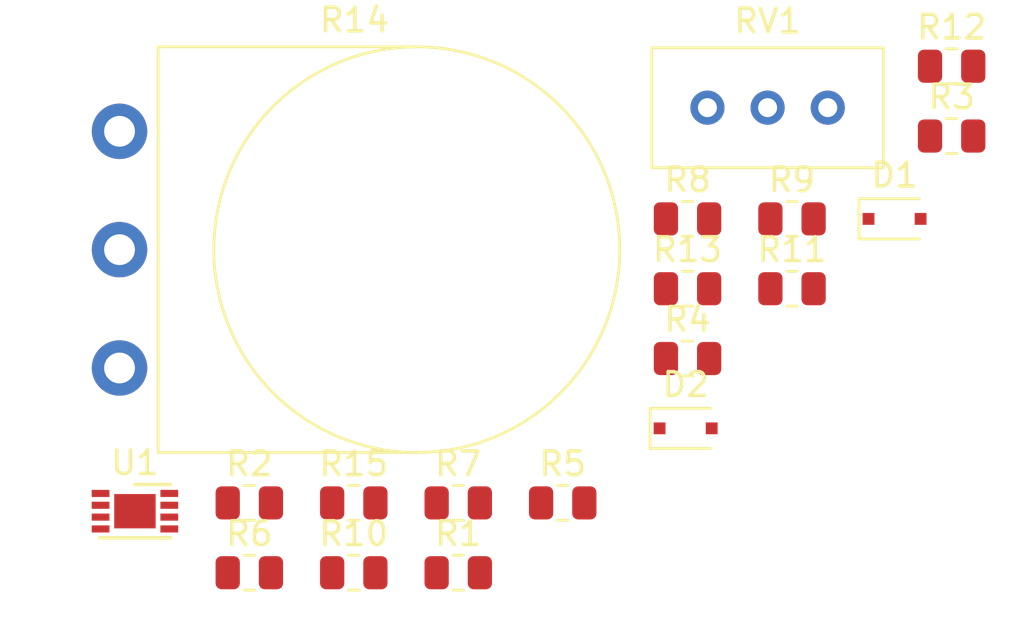
<source format=kicad_pcb>
(kicad_pcb (version 20210824) (generator pcbnew)
  (layers (0 "F.Cu" signal) (31 "B.Cu" signal) (34 "B.Paste" user) (35 "F.Paste" user) (36 "B.SilkS" user "B.Silkscreen") (37 "F.SilkS" user "F.Silkscreen") (38 "B.Mask" user) (39 "F.Mask" user) (44 "Edge.Cuts" user))
  (net 0 "")
  (net 1 "/Vumeter_positive")
  (net 2 "Net-(R7-Pad2)")
  (net 3 "/Vumeter_gnd")
  (net 4 "Net-(R1-Pad1)")
  (net 5 "Net-(R1-Pad2)")
  (net 6 "Net-(C3-Pad1)")
  (net 7 "Net-(R10-Pad1)")
  (net 8 "Net-(R3-Pad2)")
  (net 9 "Net-(R4-Pad1)")
  (net 10 "Net-(R4-Pad2)")
  (net 11 "Net-(C1-Pad2)")
  (net 12 "GND")
  (net 13 "Audio_Signal")
  (net 14 "Audio Neutral")
  (net 15 "Net-(C4-Pad2)")
  (net 16 "+5V")
  (net 17 "Net-(RV1-Pad1)")
  (footprint "Resistor_SMD:R_0805_2012Metric" (layer "F.Cu") (at 129.41 72.7)
    (fp_text reference "R3" (at 0 -1.65) (layer "F.SilkS"))
    (fp_text value "100")
    (fp_line (start -0.227064 0.735) (end 0.227064 0.735) (layer "F.SilkS") (width 0.12))
    (fp_line (start -0.227064 -0.735) (end 0.227064 -0.735) (layer "F.SilkS") (width 0.12))
    (pad "1" smd roundrect locked (at -0.9125 0) (size 1.025 1.4) (layers "F.Cu" "F.Paste" "F.Mask") (roundrect_rratio 0.243902) (net 7 "Net-(R10-Pad1)"))
    (pad "2" smd roundrect locked (at 0.9125 0) (size 1.025 1.4) (layers "F.Cu" "F.Paste" "F.Mask") (roundrect_rratio 0.243902) (net 8 "Net-(R3-Pad2)"))
  )
  (footprint "Resistor_SMD:R_0805_2012Metric" (layer "F.Cu") (at 122.67 79.15)
    (fp_text reference "R11" (at 0 -1.65) (layer "F.SilkS"))
    (fp_text value "3.3k")
    (fp_line (start -0.227064 0.735) (end 0.227064 0.735) (layer "F.SilkS") (width 0.12))
    (fp_line (start -0.227064 -0.735) (end 0.227064 -0.735) (layer "F.SilkS") (width 0.12))
    (pad "1" smd roundrect locked (at -0.9125 0) (size 1.025 1.4) (layers "F.Cu" "F.Paste" "F.Mask") (roundrect_rratio 0.243902) (net 15 "Net-(C4-Pad2)"))
    (pad "2" smd roundrect locked (at 0.9125 0) (size 1.025 1.4) (layers "F.Cu" "F.Paste" "F.Mask") (roundrect_rratio 0.243902) (net 7 "Net-(R10-Pad1)"))
  )
  (footprint "Resistor_SMD:R_0805_2012Metric" (layer "F.Cu") (at 122.67 76.2)
    (fp_text reference "R9" (at 0 -1.65) (layer "F.SilkS"))
    (fp_text value "47k")
    (fp_line (start -0.227064 -0.735) (end 0.227064 -0.735) (layer "F.SilkS") (width 0.12))
    (fp_line (start -0.227064 0.735) (end 0.227064 0.735) (layer "F.SilkS") (width 0.12))
    (pad "1" smd roundrect locked (at -0.9125 0) (size 1.025 1.4) (layers "F.Cu" "F.Paste" "F.Mask") (roundrect_rratio 0.243902) (net 14 "Audio Neutral"))
    (pad "2" smd roundrect locked (at 0.9125 0) (size 1.025 1.4) (layers "F.Cu" "F.Paste" "F.Mask") (roundrect_rratio 0.243902) (net 12 "GND"))
  )
  (footprint "Resistor_SMD:R_0805_2012Metric" (layer "F.Cu") (at 118.26 82.1)
    (fp_text reference "R4" (at 0 -1.65) (layer "F.SilkS"))
    (fp_text value "47k")
    (fp_line (start -0.227064 0.735) (end 0.227064 0.735) (layer "F.SilkS") (width 0.12))
    (fp_line (start -0.227064 -0.735) (end 0.227064 -0.735) (layer "F.SilkS") (width 0.12))
    (pad "1" smd roundrect locked (at -0.9125 0) (size 1.025 1.4) (layers "F.Cu" "F.Paste" "F.Mask") (roundrect_rratio 0.243902) (net 9 "Net-(R4-Pad1)"))
    (pad "2" smd roundrect locked (at 0.9125 0) (size 1.025 1.4) (layers "F.Cu" "F.Paste" "F.Mask") (roundrect_rratio 0.243902) (net 10 "Net-(R4-Pad2)"))
  )
  (footprint "Resistor_SMD:R_0805_2012Metric" (layer "F.Cu") (at 118.26 79.15)
    (fp_text reference "R13" (at 0 -1.65) (layer "F.SilkS"))
    (fp_text value "3.3k")
    (fp_line (start -0.227064 -0.735) (end 0.227064 -0.735) (layer "F.SilkS") (width 0.12))
    (fp_line (start -0.227064 0.735) (end 0.227064 0.735) (layer "F.SilkS") (width 0.12))
    (pad "1" smd roundrect locked (at -0.9125 0) (size 1.025 1.4) (layers "F.Cu" "F.Paste" "F.Mask") (roundrect_rratio 0.243902) (net 12 "GND"))
    (pad "2" smd roundrect locked (at 0.9125 0) (size 1.025 1.4) (layers "F.Cu" "F.Paste" "F.Mask") (roundrect_rratio 0.243902) (net 15 "Net-(C4-Pad2)"))
  )
  (footprint "Potentiometer_THT:Potentiometer_Omeg_PC16BU_Vertical" (layer "F.Cu") (at 94.28 82.5)
    (fp_text reference "R14" (at 9.915 -14.7) (layer "F.SilkS"))
    (fp_text value "10k")
    (fp_line (start 1.63 -13.57) (end 12.55 -13.57) (layer "F.SilkS") (width 0.12))
    (fp_line (start 1.63 -13.57) (end 1.63 3.57) (layer "F.SilkS") (width 0.12))
    (fp_line (start 1.63 3.57) (end 12.55 3.57) (layer "F.SilkS") (width 0.12))
    (fp_circle (center 12.55 -5) (end 21.12 -5) (layer "F.SilkS") (width 0.12) (fill none))
    (pad "1" thru_hole circle locked (at 0 0) (size 2.34 2.34) (drill 1.3) (layers *.Cu *.Mask) (net 17 "Net-(RV1-Pad1)"))
    (pad "2" thru_hole circle locked (at 0 -5) (size 2.34 2.34) (drill 1.3) (layers *.Cu *.Mask) (net 8 "Net-(R3-Pad2)"))
    (pad "3" thru_hole circle locked (at 0 -10) (size 2.34 2.34) (drill 1.3) (layers *.Cu *.Mask))
  )
  (footprint "Resistor_SMD:R_0805_2012Metric" (layer "F.Cu") (at 108.58 91.15)
    (fp_text reference "R1" (at 0 -1.65) (layer "F.SilkS"))
    (fp_text value "3.3k")
    (fp_line (start -0.227064 0.735) (end 0.227064 0.735) (layer "F.SilkS") (width 0.12))
    (fp_line (start -0.227064 -0.735) (end 0.227064 -0.735) (layer "F.SilkS") (width 0.12))
    (pad "1" smd roundrect locked (at -0.9125 0) (size 1.025 1.4) (layers "F.Cu" "F.Paste" "F.Mask") (roundrect_rratio 0.243902) (net 4 "Net-(R1-Pad1)"))
    (pad "2" smd roundrect locked (at 0.9125 0) (size 1.025 1.4) (layers "F.Cu" "F.Paste" "F.Mask") (roundrect_rratio 0.243902) (net 5 "Net-(R1-Pad2)"))
  )
  (footprint "Resistor_SMD:R_0805_2012Metric" (layer "F.Cu") (at 112.99 88.2)
    (fp_text reference "R5" (at 0 -1.65) (layer "F.SilkS"))
    (fp_text value "47k")
    (fp_line (start -0.227064 -0.735) (end 0.227064 -0.735) (layer "F.SilkS") (width 0.12))
    (fp_line (start -0.227064 0.735) (end 0.227064 0.735) (layer "F.SilkS") (width 0.12))
    (pad "1" smd roundrect locked (at -0.9125 0) (size 1.025 1.4) (layers "F.Cu" "F.Paste" "F.Mask") (roundrect_rratio 0.243902) (net 11 "Net-(C1-Pad2)"))
    (pad "2" smd roundrect locked (at 0.9125 0) (size 1.025 1.4) (layers "F.Cu" "F.Paste" "F.Mask") (roundrect_rratio 0.243902) (net 4 "Net-(R1-Pad1)"))
  )
  (footprint "Resistor_SMD:R_0805_2012Metric" (layer "F.Cu") (at 99.76 91.15)
    (fp_text reference "R6" (at 0 -1.65) (layer "F.SilkS"))
    (fp_text value "R")
    (fp_line (start -0.227064 0.735) (end 0.227064 0.735) (layer "F.SilkS") (width 0.12))
    (fp_line (start -0.227064 -0.735) (end 0.227064 -0.735) (layer "F.SilkS") (width 0.12))
    (pad "1" smd roundrect locked (at -0.9125 0) (size 1.025 1.4) (layers "F.Cu" "F.Paste" "F.Mask") (roundrect_rratio 0.243902) (net 3 "/Vumeter_gnd"))
    (pad "2" smd roundrect locked (at 0.9125 0) (size 1.025 1.4) (layers "F.Cu" "F.Paste" "F.Mask") (roundrect_rratio 0.243902) (net 12 "GND"))
  )
  (footprint "Resistor_SMD:R_0805_2012Metric" (layer "F.Cu") (at 129.41 69.75)
    (fp_text reference "R12" (at 0 -1.65) (layer "F.SilkS"))
    (fp_text value "3.3k")
    (fp_line (start -0.227064 0.735) (end 0.227064 0.735) (layer "F.SilkS") (width 0.12))
    (fp_line (start -0.227064 -0.735) (end 0.227064 -0.735) (layer "F.SilkS") (width 0.12))
    (pad "1" smd roundrect locked (at -0.9125 0) (size 1.025 1.4) (layers "F.Cu" "F.Paste" "F.Mask") (roundrect_rratio 0.243902) (net 15 "Net-(C4-Pad2)"))
    (pad "2" smd roundrect locked (at 0.9125 0) (size 1.025 1.4) (layers "F.Cu" "F.Paste" "F.Mask") (roundrect_rratio 0.243902) (net 16 "+5V"))
  )
  (footprint "Resistor_SMD:R_0805_2012Metric" (layer "F.Cu") (at 118.26 76.2)
    (fp_text reference "R8" (at 0 -1.65) (layer "F.SilkS"))
    (fp_text value "47k")
    (fp_line (start -0.227064 0.735) (end 0.227064 0.735) (layer "F.SilkS") (width 0.12))
    (fp_line (start -0.227064 -0.735) (end 0.227064 -0.735) (layer "F.SilkS") (width 0.12))
    (pad "1" smd roundrect locked (at -0.9125 0) (size 1.025 1.4) (layers "F.Cu" "F.Paste" "F.Mask") (roundrect_rratio 0.243902) (net 13 "Audio_Signal"))
    (pad "2" smd roundrect locked (at 0.9125 0) (size 1.025 1.4) (layers "F.Cu" "F.Paste" "F.Mask") (roundrect_rratio 0.243902) (net 12 "GND"))
  )
  (footprint "Resistor_SMD:R_0805_2012Metric" (layer "F.Cu") (at 104.17 91.15)
    (fp_text reference "R10" (at 0 -1.65) (layer "F.SilkS"))
    (fp_text value "3.3k")
    (fp_line (start -0.227064 0.735) (end 0.227064 0.735) (layer "F.SilkS") (width 0.12))
    (fp_line (start -0.227064 -0.735) (end 0.227064 -0.735) (layer "F.SilkS") (width 0.12))
    (pad "1" smd roundrect locked (at -0.9125 0) (size 1.025 1.4) (layers "F.Cu" "F.Paste" "F.Mask") (roundrect_rratio 0.243902) (net 7 "Net-(R10-Pad1)"))
    (pad "2" smd roundrect locked (at 0.9125 0) (size 1.025 1.4) (layers "F.Cu" "F.Paste" "F.Mask") (roundrect_rratio 0.243902) (net 10 "Net-(R4-Pad2)"))
  )
  (footprint "Diode_SMD:D_SOD-323F" (layer "F.Cu") (at 127 76.2)
    (fp_text reference "D1" (at 0 -1.85) (layer "F.SilkS"))
    (fp_text value "PMEG4010CEJ")
    (fp_line (start -1.5 -0.85) (end 1.05 -0.85) (layer "F.SilkS") (width 0.12))
    (fp_line (start -1.5 -0.85) (end -1.5 0.85) (layer "F.SilkS") (width 0.12))
    (fp_line (start -1.5 0.85) (end 1.05 0.85) (layer "F.SilkS") (width 0.12))
    (pad "1" smd rect locked (at -1.1 0) (size 0.5 0.5) (layers "F.Cu" "F.Paste" "F.Mask") (net 1 "/Vumeter_positive"))
    (pad "2" smd rect locked (at 1.1 0) (size 0.5 0.5) (layers "F.Cu" "F.Paste" "F.Mask") (net 2 "Net-(R7-Pad2)"))
  )
  (footprint "Resistor_SMD:R_0805_2012Metric" (layer "F.Cu") (at 99.76 88.2)
    (fp_text reference "R2" (at 0 -1.65) (layer "F.SilkS"))
    (fp_text value "3.3k")
    (fp_line (start -0.227064 -0.735) (end 0.227064 -0.735) (layer "F.SilkS") (width 0.12))
    (fp_line (start -0.227064 0.735) (end 0.227064 0.735) (layer "F.SilkS") (width 0.12))
    (pad "1" smd roundrect locked (at -0.9125 0) (size 1.025 1.4) (layers "F.Cu" "F.Paste" "F.Mask") (roundrect_rratio 0.243902) (net 5 "Net-(R1-Pad2)"))
    (pad "2" smd roundrect locked (at 0.9125 0) (size 1.025 1.4) (layers "F.Cu" "F.Paste" "F.Mask") (roundrect_rratio 0.243902) (net 6 "Net-(C3-Pad1)"))
  )
  (footprint "Package_DFN_QFN:DFN-8-1EP_3x2mm_P0.5mm_EP1.75x1.45mm" (layer "F.Cu") (at 94.93 88.55)
    (fp_text reference "U1" (at 0 -2.05) (layer "F.SilkS"))
    (fp_text value "MCP6002-xMC")
    (fp_line (start 0 -1.125) (end 1.5 -1.125) (layer "F.SilkS") (width 0.15))
    (fp_line (start -1.5 1.125) (end 1.5 1.125) (layer "F.SilkS") (width 0.15))
    (pad "1" smd rect locked (at -1.45 -0.75) (size 0.75 0.3) (layers "F.Cu" "F.Paste" "F.Mask") (net 6 "Net-(C3-Pad1)"))
    (pad "2" smd rect locked (at -1.45 -0.25) (size 0.75 0.3) (layers "F.Cu" "F.Paste" "F.Mask") (net 4 "Net-(R1-Pad1)"))
    (pad "3" smd rect locked (at -1.45 0.25) (size 0.75 0.3) (layers "F.Cu" "F.Paste" "F.Mask") (net 10 "Net-(R4-Pad2)"))
    (pad "4" smd rect locked (at -1.45 0.75) (size 0.75 0.3) (layers "F.Cu" "F.Paste" "F.Mask"))
    (pad "5" smd rect locked (at 1.45 0.75) (size 0.75 0.3) (layers "F.Cu" "F.Paste" "F.Mask"))
    (pad "6" smd rect locked (at 1.45 0.25) (size 0.75 0.3) (layers "F.Cu" "F.Paste" "F.Mask"))
    (pad "7" smd rect locked (at 1.45 -0.25) (size 0.75 0.3) (layers "F.Cu" "F.Paste" "F.Mask"))
    (pad "8" smd rect locked (at 1.45 -0.75) (size 0.75 0.3) (layers "F.Cu" "F.Paste" "F.Mask"))
    (pad "9" smd rect locked (at 0 0) (size 1.75 1.45) (layers "F.Cu" "F.Mask"))
  )
  (footprint "Diode_SMD:D_SOD-323F" (layer "F.Cu") (at 118.18 85.05)
    (fp_text reference "D2" (at 0 -1.85) (layer "F.SilkS"))
    (fp_text value "PMEG4010CEJ")
    (fp_line (start -1.5 0.85) (end 1.05 0.85) (layer "F.SilkS") (width 0.12))
    (fp_line (start -1.5 -0.85) (end -1.5 0.85) (layer "F.SilkS") (width 0.12))
    (fp_line (start -1.5 -0.85) (end 1.05 -0.85) (layer "F.SilkS") (width 0.12))
    (pad "1" smd rect locked (at -1.1 0) (size 0.5 0.5) (layers "F.Cu" "F.Paste" "F.Mask") (net 2 "Net-(R7-Pad2)"))
    (pad "2" smd rect locked (at 1.1 0) (size 0.5 0.5) (layers "F.Cu" "F.Paste" "F.Mask") (net 3 "/Vumeter_gnd"))
  )
  (footprint "Resistor_SMD:R_0805_2012Metric" (layer "F.Cu") (at 108.58 88.2)
    (fp_text reference "R7" (at 0 -1.65) (layer "F.SilkS"))
    (fp_text value "47k")
    (fp_line (start -0.227064 0.735) (end 0.227064 0.735) (layer "F.SilkS") (width 0.12))
    (fp_line (start -0.227064 -0.735) (end 0.227064 -0.735) (layer "F.SilkS") (width 0.12))
    (pad "1" smd roundrect locked (at -0.9125 0) (size 1.025 1.4) (layers "F.Cu" "F.Paste" "F.Mask") (roundrect_rratio 0.243902) (net 12 "GND"))
    (pad "2" smd roundrect locked (at 0.9125 0) (size 1.025 1.4) (layers "F.Cu" "F.Paste" "F.Mask") (roundrect_rratio 0.243902) (net 2 "Net-(R7-Pad2)"))
  )
  (footprint "Potentiometer_THT:Potentiometer_Bourns_3296W_Vertical" (layer "F.Cu") (at 124.18 71.5)
    (fp_text reference "RV1" (at -2.54 -3.66) (layer "F.SilkS"))
    (fp_text value "5k")
    (fp_line (start -7.425 2.54) (end 2.345 2.54) (layer "F.SilkS") (width 0.12))
    (fp_line (start -7.425 -2.53) (end 2.345 -2.53) (layer "F.SilkS") (width 0.12))
    (fp_line (start 2.345 -2.53) (end 2.345 2.54) (layer "F.SilkS") (width 0.12))
    (fp_line (start -7.425 -2.53) (end -7.425 2.54) (layer "F.SilkS") (width 0.12))
    (pad "1" thru_hole circle locked (at 0 0) (size 1.44 1.44) (drill 0.8) (layers *.Cu *.Mask) (net 17 "Net-(RV1-Pad1)"))
    (pad "2" thru_hole circle locked (at -2.54 0) (size 1.44 1.44) (drill 0.8) (layers *.Cu *.Mask) (net 5 "Net-(R1-Pad2)"))
    (pad "3" thru_hole circle locked (at -5.08 0) (size 1.44 1.44) (drill 0.8) (layers *.Cu *.Mask) (net 5 "Net-(R1-Pad2)"))
  )
  (footprint "Resistor_SMD:R_0805_2012Metric" (layer "F.Cu") (at 104.17 88.2)
    (fp_text reference "R15" (at 0 -1.65) (layer "F.SilkS"))
    (fp_text value "R")
    (fp_line (start -0.227064 0.735) (end 0.227064 0.735) (layer "F.SilkS") (width 0.12))
    (fp_line (start -0.227064 -0.735) (end 0.227064 -0.735) (layer "F.SilkS") (width 0.12))
    (pad "1" smd roundrect locked (at -0.9125 0) (size 1.025 1.4) (layers "F.Cu" "F.Paste" "F.Mask") (roundrect_rratio 0.243902) (net 1 "/Vumeter_positive"))
    (pad "2" smd roundrect locked (at 0.9125 0) (size 1.025 1.4) (layers "F.Cu" "F.Paste" "F.Mask") (roundrect_rratio 0.243902) (net 12 "GND"))
  )
)
</source>
